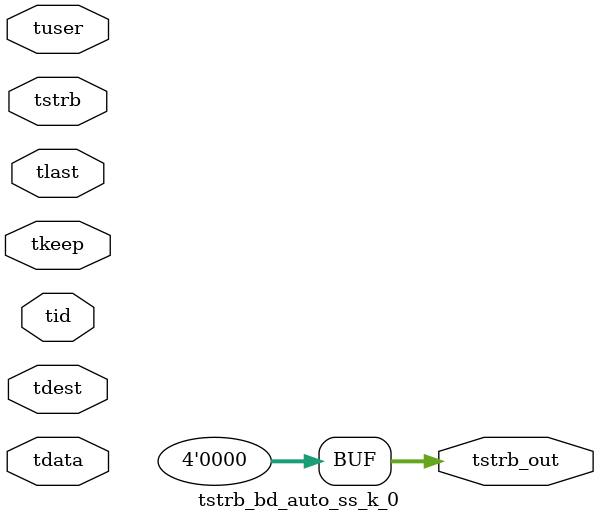
<source format=v>


`timescale 1ps/1ps

module tstrb_bd_auto_ss_k_0 #
(
parameter C_S_AXIS_TDATA_WIDTH = 32,
parameter C_S_AXIS_TUSER_WIDTH = 0,
parameter C_S_AXIS_TID_WIDTH   = 0,
parameter C_S_AXIS_TDEST_WIDTH = 0,
parameter C_M_AXIS_TDATA_WIDTH = 32
)
(
input  [(C_S_AXIS_TDATA_WIDTH == 0 ? 1 : C_S_AXIS_TDATA_WIDTH)-1:0     ] tdata,
input  [(C_S_AXIS_TUSER_WIDTH == 0 ? 1 : C_S_AXIS_TUSER_WIDTH)-1:0     ] tuser,
input  [(C_S_AXIS_TID_WIDTH   == 0 ? 1 : C_S_AXIS_TID_WIDTH)-1:0       ] tid,
input  [(C_S_AXIS_TDEST_WIDTH == 0 ? 1 : C_S_AXIS_TDEST_WIDTH)-1:0     ] tdest,
input  [(C_S_AXIS_TDATA_WIDTH/8)-1:0 ] tkeep,
input  [(C_S_AXIS_TDATA_WIDTH/8)-1:0 ] tstrb,
input                                                                    tlast,
output [(C_M_AXIS_TDATA_WIDTH/8)-1:0 ] tstrb_out
);

assign tstrb_out = {1'b0};

endmodule


</source>
